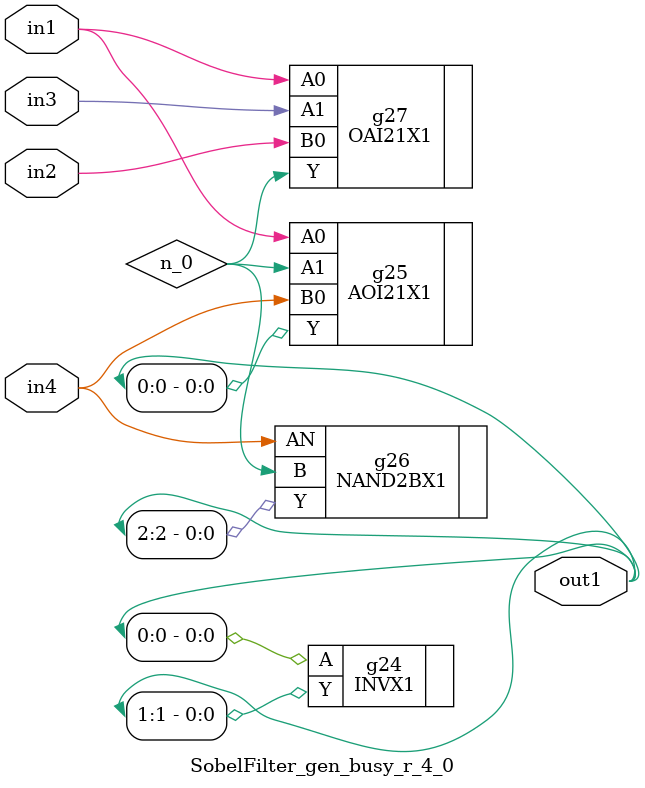
<source format=v>
`timescale 1ps / 1ps


module SobelFilter_gen_busy_r_4_0(in1, in2, in3, in4, out1);
  input in1, in2, in3, in4;
  output [2:0] out1;
  wire in1, in2, in3, in4;
  wire [2:0] out1;
  wire n_0;
  INVX1 g24(.A (out1[0]), .Y (out1[1]));
  AOI21X1 g25(.A0 (in1), .A1 (n_0), .B0 (in4), .Y (out1[0]));
  NAND2BX1 g26(.AN (in4), .B (n_0), .Y (out1[2]));
  OAI21X1 g27(.A0 (in1), .A1 (in3), .B0 (in2), .Y (n_0));
endmodule



</source>
